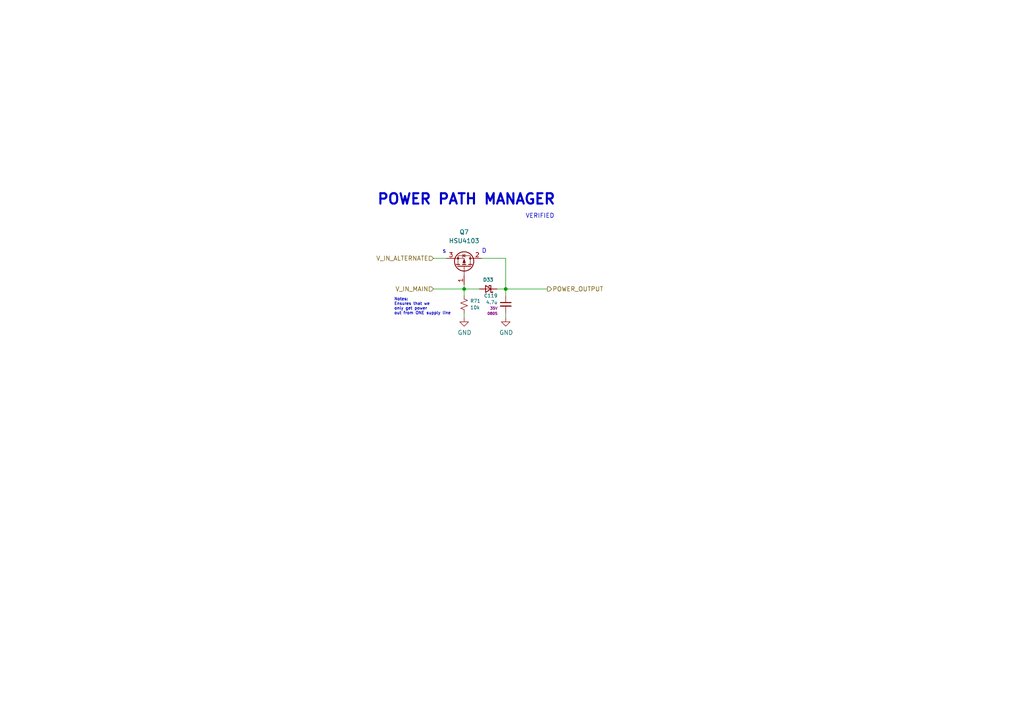
<source format=kicad_sch>
(kicad_sch (version 20211123) (generator eeschema)
  (paper "A4")
  (title_block (title "USB HUB ") (date "2022-08-30") (rev "1.0") (company "N/A") (comment 2 "Reviewed by: ") (comment 3 "Designer by: Robert Mutura"))
  (lib_symbols
    (symbol "Device:C_Small" (pin_numbers hide) (pin_names (offset 0.254) hide)
      (property "Reference" "C" (at 0.254 1.778 0))
      (property "Value" "C_Small" (at 0.254 -2.032 0))
      (symbol "C_Small_0_1"
        (polyline (pts (xy -1.524 -0.508) (xy 1.524 -0.508)) (stroke (width 0.3302)))
        (polyline (pts (xy -1.524 0.508) (xy 1.524 0.508)) (stroke (width 0.3048)))
      )
      (symbol "C_Small_1_1"
        (pin passive line (at 0 2.54 270) (length 2.032) (name "~") (number "1"))
        (pin passive line (at 0 -2.54 90) (length 2.032) (name "~") (number "2"))
      )
    )
    (symbol "Device:D_Schottky_Small" (pin_numbers hide) (pin_names (offset 0.254) hide)
      (property "Reference" "D" (at -1.27 2.032 0))
      (property "Value" "D_Schottky_Small" (at -7.112 -2.032 0))
      (symbol "D_Schottky_Small_0_1"
        (polyline (pts (xy -0.762 0) (xy 0.762 0)))
        (polyline (pts (xy 0.762 -1.016) (xy -0.762 0) (xy 0.762 1.016) (xy 0.762 -1.016)) (stroke (width 0.254)))
        (polyline (pts (xy -1.27 0.762) (xy -1.27 1.016) (xy -0.762 1.016) (xy -0.762 -1.016) (xy -0.254 -1.016) (xy -0.254 -0.762)) (stroke (width 0.254)))
      )
      (symbol "D_Schottky_Small_1_1"
        (pin passive line (at -2.54 0 0) (length 1.778) (name "K") (number "1"))
        (pin passive line (at 2.54 0 180) (length 1.778) (name "A") (number "2"))
      )
    )
    (symbol "Device:Q_PMOS_GDS" (pin_names (offset 0) hide)
      (property "Reference" "Q" (at 5.08 1.27 0))
      (property "Value" "Q_PMOS_GDS" (at 5.08 -1.27 0))
      (symbol "Q_PMOS_GDS_0_1"
        (polyline (pts (xy 0.254 0) (xy -2.54 0)))
        (polyline (pts (xy 0.254 1.905) (xy 0.254 -1.905)) (stroke (width 0.254)))
        (polyline (pts (xy 0.762 -1.27) (xy 0.762 -2.286)) (stroke (width 0.254)))
        (polyline (pts (xy 0.762 0.508) (xy 0.762 -0.508)) (stroke (width 0.254)))
        (polyline (pts (xy 0.762 2.286) (xy 0.762 1.27)) (stroke (width 0.254)))
        (polyline (pts (xy 2.54 2.54) (xy 2.54 1.778)))
        (polyline (pts (xy 2.54 -2.54) (xy 2.54 0) (xy 0.762 0)))
        (polyline (pts (xy 0.762 1.778) (xy 3.302 1.778) (xy 3.302 -1.778) (xy 0.762 -1.778)))
        (polyline (pts (xy 2.286 0) (xy 1.27 0.381) (xy 1.27 -0.381) (xy 2.286 0)) (fill (type outline)))
        (polyline (pts (xy 2.794 -0.508) (xy 2.921 -0.381) (xy 3.683 -0.381) (xy 3.81 -0.254)))
        (polyline (pts (xy 3.302 -0.381) (xy 2.921 0.254) (xy 3.683 0.254) (xy 3.302 -0.381)))
        (circle (center 1.651 0) (radius 2.794) (stroke (width 0.254)))
        (circle (center 2.54 -1.778) (radius 0.254) (fill (type outline)))
        (circle (center 2.54 1.778) (radius 0.254) (fill (type outline)))
      )
      (symbol "Q_PMOS_GDS_1_1"
        (pin input line (at -5.08 0 0) (length 2.54) (name "G") (number "1"))
        (pin passive line (at 2.54 5.08 270) (length 2.54) (name "D") (number "2"))
        (pin passive line (at 2.54 -5.08 90) (length 2.54) (name "S") (number "3"))
      )
    )
    (symbol "Device:R_Small_US" (pin_numbers hide) (pin_names (offset 0.254) hide)
      (property "Reference" "R" (at 0.762 0.508 0))
      (property "Value" "R_Small_US" (at 0.762 -1.016 0))
      (symbol "R_Small_US_1_1"
        (polyline (pts (xy 0 0) (xy 1.016 -0.381) (xy 0 -0.762) (xy -1.016 -1.143) (xy 0 -1.524)))
        (polyline (pts (xy 0 1.524) (xy 1.016 1.143) (xy 0 0.762) (xy -1.016 0.381) (xy 0 0)))
        (pin passive line (at 0 2.54 270) (length 1.016) (name "~") (number "1"))
        (pin passive line (at 0 -2.54 90) (length 1.016) (name "~") (number "2"))
      )
    )
    (symbol "power:GND" (power) (pin_names (offset 0))
      (property "Value" "GND" (at 0 -3.81 0))
      (symbol "GND_0_1"
        (polyline (pts (xy 0 0) (xy 0 -1.27) (xy 1.27 -1.27) (xy 0 -2.54) (xy -1.27 -1.27) (xy 0 -1.27)))
      )
      (symbol "GND_1_1"
        (pin power_in line (at 0 0 270) (length 0) hide (name "GND") (number "1"))
      )
    )
  )
  (junction (at 146.685 83.82))
  (junction (at 134.62 83.82))
  (wire (pts (xy 146.685 83.82) (xy 144.145 83.82)))
  (wire (pts (xy 134.62 82.55) (xy 134.62 83.82)))
  (wire (pts (xy 125.73 74.93) (xy 129.54 74.93)))
  (wire (pts (xy 134.62 83.82) (xy 134.62 85.725)))
  (wire (pts (xy 134.62 83.82) (xy 125.73 83.82)))
  (wire (pts (xy 146.685 85.725) (xy 146.685 83.82)))
  (wire (pts (xy 139.7 74.93) (xy 146.685 74.93)))
  (wire (pts (xy 146.685 74.93) (xy 146.685 83.82)))
  (wire (pts (xy 134.62 83.82) (xy 139.065 83.82)))
  (wire (pts (xy 134.62 90.805) (xy 134.62 92.075)))
  (wire (pts (xy 146.685 92.075) (xy 146.685 90.805)))
  (wire (pts (xy 146.685 83.82) (xy 158.75 83.82)))
  (text "POWER PATH MANAGER" (at 109.22 59.69 0) (effects (font (size 3 3) (thickness 0.6) bold) (justify left bottom)))
  (text "s" (at 128.27 73.66 0) (effects (font (size 1.27 1.27)) (justify left bottom)))
  (text "VERIFIED" (at 152.4 63.5 0) (effects (font (size 1.27 1.27)) (justify left bottom)))
  (text "Notes:\nEnsures that we\nonly get power\nout from ONE supply line" (at 114.3 91.44 0) (effects (font (size 0.8382 0.8382)) (justify left bottom)))
  (text "D" (at 139.7 73.66 0) (effects (font (size 1.27 1.27)) (justify left bottom)))
  (hierarchical_label "POWER_OUTPUT" (shape output) (at 158.75 83.82 0))
  (hierarchical_label "V_IN_ALTERNATE" (shape input) (at 125.73 74.93 180))
  (hierarchical_label "V_IN_MAIN" (shape input) (at 125.73 83.82 180))
  (symbol (lib_id "Device:C_Small") (at 146.685 88.265 0) (mirror y) (unit 1)
    (property "Reference" "C119" (at 144.3482 85.7758 0) (effects (font (size 0.9906 0.9906)) (justify left)))
    (property "Value" "4.7u" (at 144.3482 87.6808 0) (effects (font (size 0.9906 0.9906)) (justify left)))
    (property "Footprint" "Capacitor_SMD:C_0603_1608Metric" (effects hide))
    (property "Voltage" "35V" (at 144.3482 89.408 0) (effects (font (size 0.762 0.762)) (justify left)))
    (property "Package" "0805" (at 144.3482 90.932 0) (effects (font (size 0.762 0.762)) (justify left)))
    (property "Description" "X5R" (effects hide))
  )
  (symbol (lib_id "power:GND") (at 146.685 92.075 0) (unit 1)
    (property "Reference" "#PWR0152" (effects hide))
    (property "Value" "GND" (at 146.812 96.4692 0))
  )
  (symbol (lib_id "Device:Q_PMOS_GDS") (at 134.62 77.47 270) (mirror x) (unit 1)
    (property "Reference" "Q7" (at 134.62 67.31 90))
    (property "Value" "HSU4103" (at 134.62 69.85 90))
    (property "Footprint" "greencharge-footprints:TO-252-3_tabpin-2" (effects hide))
  )
  (symbol (lib_id "power:GND") (at 134.62 92.075 0) (unit 1)
    (property "Reference" "#PWR0151" (effects hide))
    (property "Value" "GND" (at 134.747 96.4692 0))
  )
  (symbol (lib_id "Device:R_Small_US") (at 134.62 88.265 0) (unit 1)
    (property "Reference" "R71" (at 136.3472 87.2998 0) (effects (font (size 0.9906 0.9906)) (justify left)))
    (property "Value" "10k" (at 136.3472 89.2048 0) (effects (font (size 0.9906 0.9906)) (justify left)))
    (property "Footprint" "Resistor_SMD:R_0603_1608Metric" (effects hide))
  )
  (symbol (lib_id "Device:D_Schottky_Small") (at 141.605 83.82 180) (unit 1)
    (property "Reference" "D33" (at 141.605 81.153 0) (effects (font (size 0.9906 0.9906))))
    (property "Value" "D_Schottky_Small" (effects hide))
    (property "Footprint" "Diode_SMD:D_SMA" (effects hide))
  )
)
</source>
